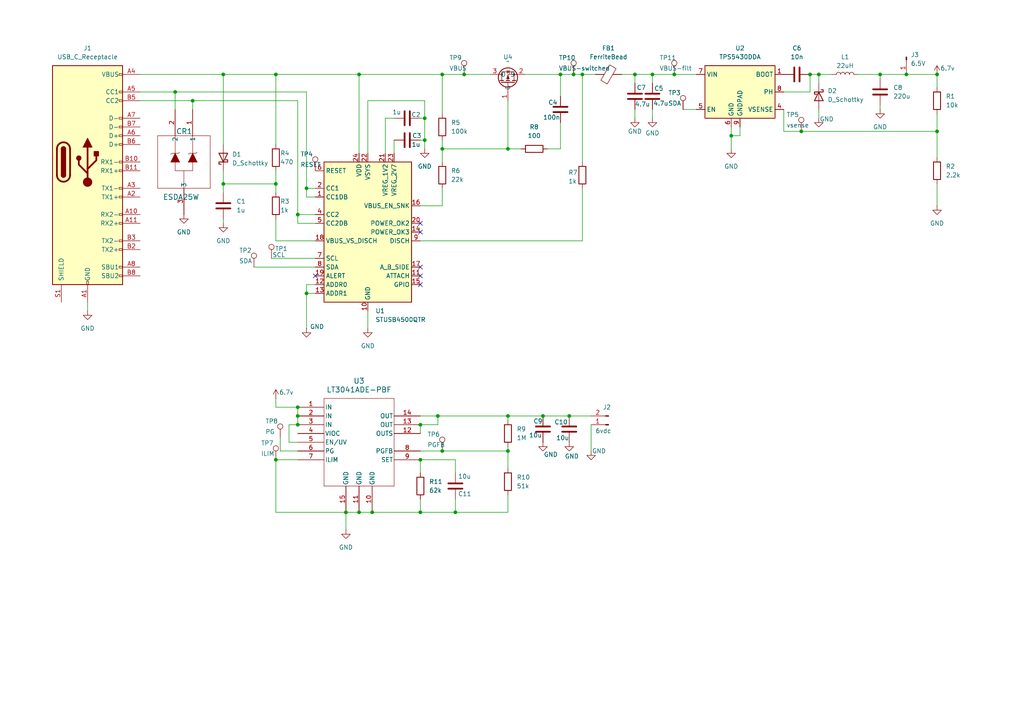
<source format=kicad_sch>
(kicad_sch (version 20231120) (generator "eeschema") (generator_version "8.0")
  (paper "A4")
  (lib_symbols
    (symbol "2024-06-03_16-24-40:ESDA25W" (pin_names (offset 0.254))
      (property "Reference" "CR" (at 15.24 10.16 0))
      (property "Value" "ESDA25W" (at 20.32 7.62 0))
      (symbol "ESDA25W_0_1"
        (polyline (pts (xy 7.62 -10.16) (xy 22.86 -10.16)) (stroke (width 0.127)))
        (polyline (pts (xy 7.62 0) (xy 17.78 0)) (stroke (width 0.127)))
        (polyline (pts (xy 7.62 5.08) (xy 7.62 -10.16)) (stroke (width 0.127)))
        (polyline (pts (xy 12.7 -6.0325) (xy 13.0175 -6.35)) (stroke (width 0.127)))
        (polyline (pts (xy 12.7 -5.08) (xy 15.24 -3.81)) (stroke (width 0.127)))
        (polyline (pts (xy 12.7 -4.1275) (xy 12.3825 -3.81)) (stroke (width 0.127)))
        (polyline (pts (xy 12.7 -4.1275) (xy 12.7 -6.0325)) (stroke (width 0.127)))
        (polyline (pts (xy 12.7 -0.9525) (xy 13.0175 -1.27)) (stroke (width 0.127)))
        (polyline (pts (xy 12.7 0) (xy 15.24 1.27)) (stroke (width 0.127)))
        (polyline (pts (xy 12.7 0.9525) (xy 12.3825 1.27)) (stroke (width 0.127)))
        (polyline (pts (xy 12.7 0.9525) (xy 12.7 -0.9525)) (stroke (width 0.127)))
        (polyline (pts (xy 15.24 -6.35) (xy 12.7 -5.08)) (stroke (width 0.127)))
        (polyline (pts (xy 15.24 -3.81) (xy 15.24 -6.35)) (stroke (width 0.127)))
        (polyline (pts (xy 15.24 -1.27) (xy 12.7 0)) (stroke (width 0.127)))
        (polyline (pts (xy 15.24 1.27) (xy 15.24 -1.27)) (stroke (width 0.127)))
        (polyline (pts (xy 17.78 -5.08) (xy 7.62 -5.08)) (stroke (width 0.127)))
        (polyline (pts (xy 17.78 -2.54) (xy 22.86 -2.54)) (stroke (width 0.127)))
        (polyline (pts (xy 17.78 0) (xy 17.78 -5.08)) (stroke (width 0.127)))
        (polyline (pts (xy 22.86 -10.16) (xy 22.86 5.08)) (stroke (width 0.127)))
        (polyline (pts (xy 22.86 5.08) (xy 7.62 5.08)) (stroke (width 0.127)))
        (polyline (pts (xy 12.7 -5.08) (xy 15.24 -3.81) (xy 15.24 -6.35)) (fill (type outline)))
        (polyline (pts (xy 12.7 0) (xy 15.24 1.27) (xy 15.24 -1.27)) (fill (type outline)))
        (pin unspecified line (at 0 0 0) (length 7.62) (name "1") (number "1"))
        (pin unspecified line (at 0 -5.08 0) (length 7.62) (name "2") (number "2"))
        (pin unspecified line (at 30.48 -2.54 180) (length 7.62) (name "3") (number "3"))
      )
    )
    (symbol "Connector:Conn_01x01_Pin" (pin_names (offset 1.016) hide)
      (property "Reference" "J" (at 0 2.54 0))
      (property "Value" "Conn_01x01_Pin" (at 0 -2.54 0))
      (symbol "Conn_01x01_Pin_1_1"
        (polyline (pts (xy 1.27 0) (xy 0.8636 0)) (stroke (width 0.1524)))
        (rectangle (start 0.8636 0.127) (end 0 -0.127) (stroke (width 0.1524)) (fill (type outline)))
        (pin passive line (at 5.08 0 180) (length 3.81) (name "Pin_1") (number "1"))
      )
    )
    (symbol "Connector:Conn_01x02_Pin" (pin_names (offset 1.016) hide)
      (property "Reference" "J" (at 0 2.54 0))
      (property "Value" "Conn_01x02_Pin" (at 0 -5.08 0))
      (symbol "Conn_01x02_Pin_1_1"
        (polyline (pts (xy 1.27 -2.54) (xy 0.8636 -2.54)) (stroke (width 0.1524)))
        (polyline (pts (xy 1.27 0) (xy 0.8636 0)) (stroke (width 0.1524)))
        (rectangle (start 0.8636 -2.413) (end 0 -2.667) (stroke (width 0.1524)) (fill (type outline)))
        (rectangle (start 0.8636 0.127) (end 0 -0.127) (stroke (width 0.1524)) (fill (type outline)))
        (pin passive line (at 5.08 0 180) (length 3.81) (name "Pin_1") (number "1"))
        (pin passive line (at 5.08 -2.54 180) (length 3.81) (name "Pin_2") (number "2"))
      )
    )
    (symbol "Connector:TestPoint" (pin_numbers hide) (pin_names (offset 0.762) hide)
      (property "Reference" "TP" (at 0 6.858 0))
      (property "Value" "TestPoint" (at 0 5.08 0))
      (symbol "TestPoint_0_1"
        (circle (center 0 3.302) (radius 0.762))
      )
      (symbol "TestPoint_1_1"
        (pin passive line (at 0 0 90) (length 2.54) (name "1") (number "1"))
      )
    )
    (symbol "Connector:USB_C_Receptacle" (pin_names (offset 1.016))
      (property "Reference" "J" (at -10.16 29.21 0))
      (property "Value" "USB_C_Receptacle" (at 10.16 29.21 0))
      (symbol "USB_C_Receptacle_0_0"
        (rectangle (start -0.254 -35.56) (end 0.254 -34.544))
        (rectangle (start 10.16 -32.766) (end 9.144 -33.274))
        (rectangle (start 10.16 -30.226) (end 9.144 -30.734))
        (rectangle (start 10.16 -25.146) (end 9.144 -25.654))
        (rectangle (start 10.16 -22.606) (end 9.144 -23.114))
        (rectangle (start 10.16 -17.526) (end 9.144 -18.034))
        (rectangle (start 10.16 -14.986) (end 9.144 -15.494))
        (rectangle (start 10.16 -9.906) (end 9.144 -10.414))
        (rectangle (start 10.16 -7.366) (end 9.144 -7.874))
        (rectangle (start 10.16 -2.286) (end 9.144 -2.794))
        (rectangle (start 10.16 0.254) (end 9.144 -0.254))
        (rectangle (start 10.16 5.334) (end 9.144 4.826))
        (rectangle (start 10.16 7.874) (end 9.144 7.366))
        (rectangle (start 10.16 10.414) (end 9.144 9.906))
        (rectangle (start 10.16 12.954) (end 9.144 12.446))
        (rectangle (start 10.16 18.034) (end 9.144 17.526))
        (rectangle (start 10.16 20.574) (end 9.144 20.066))
        (rectangle (start 10.16 25.654) (end 9.144 25.146))
      )
      (symbol "USB_C_Receptacle_0_1"
        (rectangle (start -10.16 27.94) (end 10.16 -35.56) (stroke (width 0.254)) (fill (type background)))
        (arc (start -8.89 -3.81) (mid -6.985 -5.7067) (end -5.08 -3.81) (stroke (width 0.508)))
        (arc (start -7.62 -3.81) (mid -6.985 -4.4423) (end -6.35 -3.81) (stroke (width 0.254)))
        (arc (start -7.62 -3.81) (mid -6.985 -4.4423) (end -6.35 -3.81) (stroke (width 0.254)) (fill (type outline)))
        (rectangle (start -7.62 -3.81) (end -6.35 3.81) (stroke (width 0.254)) (fill (type outline)))
        (arc (start -6.35 3.81) (mid -6.985 4.4423) (end -7.62 3.81) (stroke (width 0.254)))
        (arc (start -6.35 3.81) (mid -6.985 4.4423) (end -7.62 3.81) (stroke (width 0.254)) (fill (type outline)))
        (arc (start -5.08 3.81) (mid -6.985 5.7067) (end -8.89 3.81) (stroke (width 0.508)))
        (polyline (pts (xy -8.89 -3.81) (xy -8.89 3.81)) (stroke (width 0.508)))
        (polyline (pts (xy -5.08 3.81) (xy -5.08 -3.81)) (stroke (width 0.508)))
      )
      (symbol "USB_C_Receptacle_1_1"
        (circle (center -2.54 1.143) (radius 0.635) (stroke (width 0.254)) (fill (type outline)))
        (circle (center 0 -5.842) (radius 1.27) (fill (type outline)))
        (polyline (pts (xy 0 -5.842) (xy 0 4.318)) (stroke (width 0.508)))
        (polyline (pts (xy 0 -3.302) (xy -2.54 -0.762) (xy -2.54 0.508)) (stroke (width 0.508)))
        (polyline (pts (xy 0 -2.032) (xy 2.54 0.508) (xy 2.54 1.778)) (stroke (width 0.508)))
        (polyline (pts (xy -1.27 4.318) (xy 0 6.858) (xy 1.27 4.318) (xy -1.27 4.318)) (stroke (width 0.254)) (fill (type outline)))
        (rectangle (start 1.905 1.778) (end 3.175 3.048) (stroke (width 0.254)) (fill (type outline)))
        (pin passive line (at 0 -40.64 90) (length 5.08) (name "GND") (number "A1"))
        (pin bidirectional line (at 15.24 -15.24 180) (length 5.08) (name "RX2-") (number "A10"))
        (pin bidirectional line (at 15.24 -17.78 180) (length 5.08) (name "RX2+") (number "A11"))
        (pin passive line (at 0 -40.64 90) (length 5.08) hide (name "GND") (number "A12"))
        (pin bidirectional line (at 15.24 -10.16 180) (length 5.08) (name "TX1+") (number "A2"))
        (pin bidirectional line (at 15.24 -7.62 180) (length 5.08) (name "TX1-") (number "A3"))
        (pin passive line (at 15.24 25.4 180) (length 5.08) (name "VBUS") (number "A4"))
        (pin bidirectional line (at 15.24 20.32 180) (length 5.08) (name "CC1") (number "A5"))
        (pin bidirectional line (at 15.24 7.62 180) (length 5.08) (name "D+") (number "A6"))
        (pin bidirectional line (at 15.24 12.7 180) (length 5.08) (name "D-") (number "A7"))
        (pin bidirectional line (at 15.24 -30.48 180) (length 5.08) (name "SBU1") (number "A8"))
        (pin passive line (at 15.24 25.4 180) (length 5.08) hide (name "VBUS") (number "A9"))
        (pin passive line (at 0 -40.64 90) (length 5.08) hide (name "GND") (number "B1"))
        (pin bidirectional line (at 15.24 0 180) (length 5.08) (name "RX1-") (number "B10"))
        (pin bidirectional line (at 15.24 -2.54 180) (length 5.08) (name "RX1+") (number "B11"))
        (pin passive line (at 0 -40.64 90) (length 5.08) hide (name "GND") (number "B12"))
        (pin bidirectional line (at 15.24 -25.4 180) (length 5.08) (name "TX2+") (number "B2"))
        (pin bidirectional line (at 15.24 -22.86 180) (length 5.08) (name "TX2-") (number "B3"))
        (pin passive line (at 15.24 25.4 180) (length 5.08) hide (name "VBUS") (number "B4"))
        (pin bidirectional line (at 15.24 17.78 180) (length 5.08) (name "CC2") (number "B5"))
        (pin bidirectional line (at 15.24 5.08 180) (length 5.08) (name "D+") (number "B6"))
        (pin bidirectional line (at 15.24 10.16 180) (length 5.08) (name "D-") (number "B7"))
        (pin bidirectional line (at 15.24 -33.02 180) (length 5.08) (name "SBU2") (number "B8"))
        (pin passive line (at 15.24 25.4 180) (length 5.08) hide (name "VBUS") (number "B9"))
        (pin passive line (at -7.62 -40.64 90) (length 5.08) (name "SHIELD") (number "S1"))
      )
    )
    (symbol "Device:C" (pin_numbers hide) (pin_names (offset 0.254))
      (property "Reference" "C" (at 0.635 2.54 0))
      (property "Value" "C" (at 0.635 -2.54 0))
      (symbol "C_0_1"
        (polyline (pts (xy -2.032 -0.762) (xy 2.032 -0.762)) (stroke (width 0.508)))
        (polyline (pts (xy -2.032 0.762) (xy 2.032 0.762)) (stroke (width 0.508)))
      )
      (symbol "C_1_1"
        (pin passive line (at 0 3.81 270) (length 2.794) (name "~") (number "1"))
        (pin passive line (at 0 -3.81 90) (length 2.794) (name "~") (number "2"))
      )
    )
    (symbol "Device:D_Schottky" (pin_numbers hide) (pin_names (offset 1.016) hide)
      (property "Reference" "D" (at 0 2.54 0))
      (property "Value" "D_Schottky" (at 0 -2.54 0))
      (symbol "D_Schottky_0_1"
        (polyline (pts (xy 1.27 0) (xy -1.27 0)))
        (polyline (pts (xy 1.27 1.27) (xy 1.27 -1.27) (xy -1.27 0) (xy 1.27 1.27)) (stroke (width 0.254)))
        (polyline (pts (xy -1.905 0.635) (xy -1.905 1.27) (xy -1.27 1.27) (xy -1.27 -1.27) (xy -0.635 -1.27) (xy -0.635 -0.635)) (stroke (width 0.254)))
      )
      (symbol "D_Schottky_1_1"
        (pin passive line (at -3.81 0 0) (length 2.54) (name "K") (number "1"))
        (pin passive line (at 3.81 0 180) (length 2.54) (name "A") (number "2"))
      )
    )
    (symbol "Device:FerriteBead" (pin_numbers hide) (pin_names (offset 0))
      (property "Reference" "FB" (at -3.81 0.635 90))
      (property "Value" "FerriteBead" (at 3.81 0 90))
      (symbol "FerriteBead_0_1"
        (polyline (pts (xy 0 -1.27) (xy 0 -1.2192)))
        (polyline (pts (xy 0 1.27) (xy 0 1.2954)))
        (polyline (pts (xy -2.7686 0.4064) (xy -1.7018 2.2606) (xy 2.7686 -0.3048) (xy 1.6764 -2.159) (xy -2.7686 0.4064)))
      )
      (symbol "FerriteBead_1_1"
        (pin passive line (at 0 3.81 270) (length 2.54) (name "~") (number "1"))
        (pin passive line (at 0 -3.81 90) (length 2.54) (name "~") (number "2"))
      )
    )
    (symbol "Device:L" (pin_numbers hide) (pin_names (offset 1.016) hide)
      (property "Reference" "L" (at -1.27 0 90))
      (property "Value" "L" (at 1.905 0 90))
      (symbol "L_0_1"
        (arc (start 0 -2.54) (mid 0.6323 -1.905) (end 0 -1.27))
        (arc (start 0 -1.27) (mid 0.6323 -0.635) (end 0 0))
        (arc (start 0 0) (mid 0.6323 0.635) (end 0 1.27))
        (arc (start 0 1.27) (mid 0.6323 1.905) (end 0 2.54))
      )
      (symbol "L_1_1"
        (pin passive line (at 0 3.81 270) (length 1.27) (name "1") (number "1"))
        (pin passive line (at 0 -3.81 90) (length 1.27) (name "2") (number "2"))
      )
    )
    (symbol "Device:R" (pin_numbers hide) (pin_names (offset 0))
      (property "Reference" "R" (at 2.032 0 90))
      (property "Value" "R" (at 0 0 90))
      (symbol "R_0_1"
        (rectangle (start -1.016 -2.54) (end 1.016 2.54) (stroke (width 0.254)))
      )
      (symbol "R_1_1"
        (pin passive line (at 0 3.81 270) (length 1.27) (name "~") (number "1"))
        (pin passive line (at 0 -3.81 90) (length 1.27) (name "~") (number "2"))
      )
    )
    (symbol "Interface_USB:STUSB4500QTR"
      (property "Reference" "U" (at -12.7 21.59 0))
      (property "Value" "STUSB4500QTR" (at 8.89 -21.59 0))
      (symbol "STUSB4500QTR_0_1"
        (rectangle (start -12.7 20.32) (end 12.7 -20.32) (stroke (width 0.254)) (fill (type background)))
      )
      (symbol "STUSB4500QTR_1_1"
        (pin bidirectional line (at -15.24 10.16 0) (length 2.54) (name "CC1DB") (number "1"))
        (pin power_in line (at 0 -22.86 90) (length 2.54) (name "GND") (number "10"))
        (pin open_collector line (at 15.24 -12.7 180) (length 2.54) (name "ATTACH") (number "11"))
        (pin input line (at -15.24 -15.24 0) (length 2.54) (name "ADDR0") (number "12"))
        (pin input line (at -15.24 -17.78 0) (length 2.54) (name "ADDR1") (number "13"))
        (pin open_collector line (at 15.24 0 180) (length 2.54) (name "POWER_OK3") (number "14"))
        (pin open_collector line (at 15.24 -15.24 180) (length 2.54) (name "GPIO") (number "15"))
        (pin open_collector line (at 15.24 7.62 180) (length 2.54) (name "VBUS_EN_SNK") (number "16"))
        (pin open_collector line (at 15.24 -10.16 180) (length 2.54) (name "A_B_SIDE") (number "17"))
        (pin input line (at -15.24 -2.54 0) (length 2.54) (name "VBUS_VS_DISCH") (number "18"))
        (pin open_collector line (at -15.24 -12.7 0) (length 2.54) (name "ALERT") (number "19"))
        (pin bidirectional line (at -15.24 12.7 0) (length 2.54) (name "CC1") (number "2"))
        (pin open_collector line (at 15.24 2.54 180) (length 2.54) (name "POWER_OK2") (number "20"))
        (pin power_out line (at 5.08 22.86 270) (length 2.54) (name "VREG_1V2") (number "21"))
        (pin power_in line (at 0 22.86 270) (length 2.54) (name "VSYS") (number "22"))
        (pin power_out line (at 7.62 22.86 270) (length 2.54) (name "VREG_2V7") (number "23"))
        (pin power_in line (at -2.54 22.86 270) (length 2.54) (name "VDD") (number "24"))
        (pin passive line (at 0 -22.86 90) (length 2.54) hide (name "GND") (number "25"))
        (pin no_connect line (at -12.7 15.24 0) (length 2.54) hide (name "NC") (number "3"))
        (pin bidirectional line (at -15.24 5.08 0) (length 2.54) (name "CC2") (number "4"))
        (pin bidirectional line (at -15.24 2.54 0) (length 2.54) (name "CC2DB") (number "5"))
        (pin input line (at -15.24 17.78 0) (length 2.54) (name "RESET") (number "6"))
        (pin input line (at -15.24 -7.62 0) (length 2.54) (name "SCL") (number "7"))
        (pin bidirectional line (at -15.24 -10.16 0) (length 2.54) (name "SDA") (number "8"))
        (pin bidirectional line (at 15.24 -2.54 180) (length 2.54) (name "DISCH") (number "9"))
      )
    )
    (symbol "Regulator_Switching:TPS5430DDA"
      (property "Reference" "U" (at -10.16 8.89 0))
      (property "Value" "TPS5430DDA" (at -1.27 8.89 0))
      (symbol "TPS5430DDA_0_1"
        (rectangle (start -10.16 7.62) (end 10.16 -7.62) (stroke (width 0.254)) (fill (type background)))
      )
      (symbol "TPS5430DDA_1_1"
        (pin input line (at 12.7 5.08 180) (length 2.54) (name "BOOT") (number "1"))
        (pin no_connect line (at -10.16 2.54 0) (length 2.54) hide (name "NC") (number "2"))
        (pin no_connect line (at -10.16 -2.54 0) (length 2.54) hide (name "NC") (number "3"))
        (pin input line (at 12.7 -5.08 180) (length 2.54) (name "VSENSE") (number "4"))
        (pin input line (at -12.7 -5.08 0) (length 2.54) (name "EN") (number "5"))
        (pin power_in line (at -2.54 -10.16 90) (length 2.54) (name "GND") (number "6"))
        (pin power_in line (at -12.7 5.08 0) (length 2.54) (name "VIN") (number "7"))
        (pin output line (at 12.7 0 180) (length 2.54) (name "PH") (number "8"))
        (pin power_in line (at 0 -10.16 90) (length 2.54) (name "GNDPAD") (number "9"))
      )
    )
    (symbol "lt3041:LT3041ADE-PBF" (pin_names (offset 0.254))
      (property "Reference" "U" (at 0 16.51 0))
      (property "Value" "LT3041ADE-PBF" (at 0 13.97 0))
      (symbol "LT3041ADE-PBF_0_1"
        (polyline (pts (xy -10.16 -12.7) (xy 10.16 -12.7)) (stroke (width 0.127)))
        (polyline (pts (xy -10.16 12.7) (xy -10.16 -12.7)) (stroke (width 0.127)))
        (polyline (pts (xy 10.16 -12.7) (xy 10.16 12.7)) (stroke (width 0.127)))
        (polyline (pts (xy 10.16 12.7) (xy -10.16 12.7)) (stroke (width 0.127)))
        (pin input line (at -17.78 10.16 0) (length 7.62) (name "IN") (number "1"))
        (pin power_out line (at 3.81 -20.32 90) (length 7.62) (name "GND") (number "10"))
        (pin power_out line (at 0 -20.32 90) (length 7.62) (name "GND") (number "11"))
        (pin output line (at 17.78 2.54 180) (length 7.62) (name "OUTS") (number "12"))
        (pin output line (at 17.78 5.08 180) (length 7.62) (name "OUT") (number "13"))
        (pin output line (at 17.78 7.62 180) (length 7.62) (name "OUT") (number "14"))
        (pin power_out line (at -3.81 -20.32 90) (length 7.62) (name "GND") (number "15"))
        (pin input line (at -17.78 7.62 0) (length 7.62) (name "IN") (number "2"))
        (pin input line (at -17.78 5.08 0) (length 7.62) (name "IN") (number "3"))
        (pin power_in line (at -17.78 2.54 0) (length 7.62) (name "VIOC") (number "4"))
        (pin input line (at -17.78 0 0) (length 7.62) (name "EN/UV") (number "5"))
        (pin passive line (at -17.78 -2.54 0) (length 7.62) (name "PG") (number "6"))
        (pin passive line (at -17.78 -5.08 0) (length 7.62) (name "ILIM") (number "7"))
        (pin unspecified line (at 17.78 -2.54 180) (length 7.62) (name "PGFB") (number "8"))
        (pin input line (at 17.78 -5.08 180) (length 7.62) (name "SET") (number "9"))
      )
    )
    (symbol "mosfet:hl2301a"
      (property "Reference" "U" (at 0 7.62 0))
      (symbol "hl2301a_0_1"
        (polyline (pts (xy -1.016 0) (xy -3.81 0)))
        (polyline (pts (xy -1.016 1.905) (xy -1.016 -1.905)) (stroke (width 0.254)))
        (polyline (pts (xy -0.508 -1.27) (xy -0.508 -2.286)) (stroke (width 0.254)))
        (polyline (pts (xy -0.508 0.508) (xy -0.508 -0.508)) (stroke (width 0.254)))
        (polyline (pts (xy -0.508 2.286) (xy -0.508 1.27)) (stroke (width 0.254)))
        (polyline (pts (xy 1.27 2.54) (xy 1.27 1.778)))
        (polyline (pts (xy 1.27 -2.54) (xy 1.27 0) (xy -0.508 0)))
        (polyline (pts (xy -0.508 1.778) (xy 2.032 1.778) (xy 2.032 -1.778) (xy -0.508 -1.778)))
        (polyline (pts (xy 1.016 0) (xy 0 0.381) (xy 0 -0.381) (xy 1.016 0)) (fill (type outline)))
        (polyline (pts (xy 1.524 -0.508) (xy 1.651 -0.381) (xy 2.413 -0.381) (xy 2.54 -0.254)))
        (polyline (pts (xy 2.032 -0.381) (xy 1.651 0.254) (xy 2.413 0.254) (xy 2.032 -0.381)))
        (circle (center 0.381 0) (radius 2.794) (stroke (width 0.254)))
        (circle (center 1.27 -1.778) (radius 0.254) (fill (type outline)))
        (circle (center 1.27 1.778) (radius 0.254) (fill (type outline)))
      )
      (symbol "hl2301a_1_1"
        (pin input line (at -6.35 0 0) (length 2.54) (name "G") (number "1"))
        (pin passive line (at 1.27 -5.08 90) (length 2.54) (name "S") (number "2"))
        (pin passive line (at 1.27 5.08 270) (length 2.54) (name "D") (number "3"))
      )
    )
    (symbol "power:+5V" (power) (pin_numbers hide) (pin_names (offset 0) hide)
      (property "Value" "+5V" (at 0 3.556 0))
      (symbol "+5V_0_1"
        (polyline (pts (xy -0.762 1.27) (xy 0 2.54)))
        (polyline (pts (xy 0 0) (xy 0 2.54)))
        (polyline (pts (xy 0 2.54) (xy 0.762 1.27)))
      )
      (symbol "+5V_1_1"
        (pin power_in line (at 0 0 90) (length 0) (name "~") (number "1"))
      )
    )
    (symbol "power:GND" (power) (pin_numbers hide) (pin_names (offset 0) hide)
      (property "Value" "GND" (at 0 -3.81 0))
      (symbol "GND_0_1"
        (polyline (pts (xy 0 0) (xy 0 -1.27) (xy 1.27 -1.27) (xy 0 -2.54) (xy -1.27 -1.27) (xy 0 -1.27)))
      )
      (symbol "GND_1_1"
        (pin power_in line (at 0 0 270) (length 0) (name "~") (number "1"))
      )
    )
  )
  (junction (at 165.1 120.65))
  (junction (at 104.14 21.59))
  (junction (at 134.62 21.59))
  (junction (at 104.14 148.59))
  (junction (at 86.36 120.65))
  (junction (at 189.23 21.59))
  (junction (at 271.78 38.1))
  (junction (at 147.32 120.65))
  (junction (at 50.8 26.67))
  (junction (at 128.27 43.18))
  (junction (at 55.88 29.21))
  (junction (at 121.92 133.35))
  (junction (at 195.58 21.59))
  (junction (at 212.09 39.37))
  (junction (at 123.19 34.29))
  (junction (at 128.27 130.81))
  (junction (at 64.77 21.59))
  (junction (at 127 120.65))
  (junction (at 234.95 21.59))
  (junction (at 132.08 148.59))
  (junction (at 128.27 21.59))
  (junction (at 123.19 40.64))
  (junction (at 237.49 21.59))
  (junction (at 271.78 21.59))
  (junction (at 86.36 62.23))
  (junction (at 107.95 148.59))
  (junction (at 166.37 21.59))
  (junction (at 147.32 43.18))
  (junction (at 232.41 38.1))
  (junction (at 88.9 54.61))
  (junction (at 255.27 21.59))
  (junction (at 64.77 53.34))
  (junction (at 88.9 85.09))
  (junction (at 86.36 123.19))
  (junction (at 184.15 21.59))
  (junction (at 80.01 133.35))
  (junction (at 80.01 21.59))
  (junction (at 80.01 53.34))
  (junction (at 157.48 120.65))
  (junction (at 147.32 130.81))
  (junction (at 100.33 148.59))
  (junction (at 262.89 21.59))
  (junction (at 168.91 21.59))
  (junction (at 121.92 148.59))
  (junction (at 121.92 123.19))
  (junction (at 86.36 118.11))
  (junction (at 162.56 21.59))
  (no_connect (at 121.92 80.01))
  (no_connect (at 121.92 77.47))
  (no_connect (at 91.44 80.01))
  (no_connect (at 121.92 64.77))
  (no_connect (at 121.92 82.55))
  (no_connect (at 121.92 67.31))
  (wire (pts (xy 80.01 21.59) (xy 104.14 21.59)))
  (wire (pts (xy 262.89 21.59) (xy 271.78 21.59)))
  (wire (pts (xy 86.36 128.27) (xy 83.82 128.27)))
  (wire (pts (xy 106.68 44.45) (xy 106.68 29.21)))
  (wire (pts (xy 123.19 40.64) (xy 123.19 43.18)))
  (wire (pts (xy 83.82 128.27) (xy 83.82 123.19)))
  (wire (pts (xy 237.49 21.59) (xy 241.3 21.59)))
  (wire (pts (xy 50.8 26.67) (xy 50.8 31.75)))
  (wire (pts (xy 189.23 21.59) (xy 195.58 21.59)))
  (wire (pts (xy 212.09 39.37) (xy 214.63 39.37)))
  (wire (pts (xy 132.08 144.78) (xy 132.08 148.59)))
  (wire (pts (xy 227.33 38.1) (xy 232.41 38.1)))
  (wire (pts (xy 165.1 120.65) (xy 171.45 120.65)))
  (wire (pts (xy 104.14 21.59) (xy 128.27 21.59)))
  (wire (pts (xy 184.15 34.29) (xy 184.15 31.75)))
  (wire (pts (xy 168.91 21.59) (xy 172.72 21.59)))
  (wire (pts (xy 104.14 148.59) (xy 107.95 148.59)))
  (wire (pts (xy 171.45 123.19) (xy 171.45 130.81)))
  (wire (pts (xy 64.77 63.5) (xy 64.77 64.77)))
  (wire (pts (xy 123.19 29.21) (xy 123.19 34.29)))
  (wire (pts (xy 106.68 95.25) (xy 106.68 90.17)))
  (wire (pts (xy 64.77 49.53) (xy 64.77 53.34)))
  (wire (pts (xy 114.3 40.64) (xy 114.3 44.45)))
  (wire (pts (xy 88.9 85.09) (xy 88.9 95.25)))
  (wire (pts (xy 132.08 133.35) (xy 132.08 137.16)))
  (wire (pts (xy 88.9 82.55) (xy 88.9 85.09)))
  (wire (pts (xy 80.01 49.53) (xy 80.01 53.34)))
  (wire (pts (xy 121.92 123.19) (xy 127 123.19)))
  (wire (pts (xy 271.78 38.1) (xy 271.78 45.72)))
  (wire (pts (xy 271.78 33.02) (xy 271.78 38.1)))
  (wire (pts (xy 106.68 29.21) (xy 123.19 29.21)))
  (wire (pts (xy 214.63 36.83) (xy 214.63 39.37)))
  (wire (pts (xy 91.44 62.23) (xy 86.36 62.23)))
  (wire (pts (xy 147.32 43.18) (xy 147.32 29.21)))
  (wire (pts (xy 86.36 29.21) (xy 86.36 62.23)))
  (wire (pts (xy 80.01 118.11) (xy 86.36 118.11)))
  (wire (pts (xy 121.92 40.64) (xy 123.19 40.64)))
  (wire (pts (xy 132.08 148.59) (xy 121.92 148.59)))
  (wire (pts (xy 80.01 63.5) (xy 80.01 69.85)))
  (wire (pts (xy 166.37 21.59) (xy 168.91 21.59)))
  (wire (pts (xy 80.01 53.34) (xy 80.01 55.88)))
  (wire (pts (xy 147.32 43.18) (xy 151.13 43.18)))
  (wire (pts (xy 88.9 26.67) (xy 88.9 54.61)))
  (wire (pts (xy 157.48 120.65) (xy 165.1 120.65)))
  (wire (pts (xy 64.77 53.34) (xy 80.01 53.34)))
  (wire (pts (xy 121.92 34.29) (xy 123.19 34.29)))
  (wire (pts (xy 232.41 38.1) (xy 271.78 38.1)))
  (wire (pts (xy 88.9 54.61) (xy 88.9 57.15)))
  (wire (pts (xy 127 123.19) (xy 127 120.65)))
  (wire (pts (xy 132.08 148.59) (xy 147.32 148.59)))
  (wire (pts (xy 147.32 121.92) (xy 147.32 120.65)))
  (wire (pts (xy 88.9 85.09) (xy 91.44 85.09)))
  (wire (pts (xy 180.34 21.59) (xy 184.15 21.59)))
  (wire (pts (xy 111.76 44.45) (xy 111.76 34.29)))
  (wire (pts (xy 128.27 43.18) (xy 128.27 46.99)))
  (wire (pts (xy 64.77 21.59) (xy 80.01 21.59)))
  (wire (pts (xy 128.27 21.59) (xy 128.27 33.02)))
  (wire (pts (xy 40.64 26.67) (xy 50.8 26.67)))
  (wire (pts (xy 147.32 130.81) (xy 147.32 135.89)))
  (wire (pts (xy 271.78 25.4) (xy 271.78 21.59)))
  (wire (pts (xy 40.64 29.21) (xy 55.88 29.21)))
  (wire (pts (xy 86.36 64.77) (xy 91.44 64.77)))
  (wire (pts (xy 162.56 21.59) (xy 166.37 21.59)))
  (wire (pts (xy 64.77 21.59) (xy 64.77 41.91)))
  (wire (pts (xy 128.27 59.69) (xy 128.27 54.61)))
  (wire (pts (xy 248.92 21.59) (xy 255.27 21.59)))
  (wire (pts (xy 237.49 24.13) (xy 237.49 21.59)))
  (wire (pts (xy 234.95 26.67) (xy 234.95 21.59)))
  (wire (pts (xy 80.01 21.59) (xy 80.01 41.91)))
  (wire (pts (xy 100.33 148.59) (xy 100.33 153.67)))
  (wire (pts (xy 81.28 130.81) (xy 86.36 130.81)))
  (wire (pts (xy 189.23 24.13) (xy 189.23 21.59)))
  (wire (pts (xy 104.14 44.45) (xy 104.14 21.59)))
  (wire (pts (xy 121.92 59.69) (xy 128.27 59.69)))
  (wire (pts (xy 80.01 133.35) (xy 80.01 148.59)))
  (wire (pts (xy 237.49 34.29) (xy 237.49 31.75)))
  (wire (pts (xy 121.92 148.59) (xy 107.95 148.59)))
  (wire (pts (xy 162.56 43.18) (xy 158.75 43.18)))
  (wire (pts (xy 86.36 62.23) (xy 86.36 64.77)))
  (wire (pts (xy 25.4 87.63) (xy 25.4 90.17)))
  (wire (pts (xy 88.9 57.15) (xy 91.44 57.15)))
  (wire (pts (xy 80.01 133.35) (xy 86.36 133.35)))
  (wire (pts (xy 80.01 115.57) (xy 80.01 118.11)))
  (wire (pts (xy 147.32 129.54) (xy 147.32 130.81)))
  (wire (pts (xy 78.74 74.93) (xy 91.44 74.93)))
  (wire (pts (xy 162.56 21.59) (xy 162.56 27.94)))
  (wire (pts (xy 86.36 120.65) (xy 86.36 123.19)))
  (wire (pts (xy 111.76 34.29) (xy 114.3 34.29)))
  (wire (pts (xy 121.92 137.16) (xy 121.92 133.35)))
  (wire (pts (xy 91.44 77.47) (xy 73.66 77.47)))
  (wire (pts (xy 134.62 21.59) (xy 142.24 21.59)))
  (wire (pts (xy 162.56 35.56) (xy 162.56 43.18)))
  (wire (pts (xy 255.27 22.86) (xy 255.27 21.59)))
  (wire (pts (xy 123.19 34.29) (xy 123.19 40.64)))
  (wire (pts (xy 271.78 53.34) (xy 271.78 59.69)))
  (wire (pts (xy 227.33 26.67) (xy 234.95 26.67)))
  (wire (pts (xy 91.44 82.55) (xy 88.9 82.55)))
  (wire (pts (xy 121.92 69.85) (xy 168.91 69.85)))
  (wire (pts (xy 64.77 53.34) (xy 64.77 55.88)))
  (wire (pts (xy 128.27 43.18) (xy 147.32 43.18)))
  (wire (pts (xy 184.15 21.59) (xy 189.23 21.59)))
  (wire (pts (xy 121.92 144.78) (xy 121.92 148.59)))
  (wire (pts (xy 50.8 26.67) (xy 88.9 26.67)))
  (wire (pts (xy 81.28 127) (xy 81.28 130.81)))
  (wire (pts (xy 255.27 21.59) (xy 262.89 21.59)))
  (wire (pts (xy 212.09 36.83) (xy 212.09 39.37)))
  (wire (pts (xy 55.88 29.21) (xy 86.36 29.21)))
  (wire (pts (xy 100.33 148.59) (xy 104.14 148.59)))
  (wire (pts (xy 55.88 29.21) (xy 55.88 31.75)))
  (wire (pts (xy 234.95 21.59) (xy 237.49 21.59)))
  (wire (pts (xy 121.92 123.19) (xy 121.92 125.73)))
  (wire (pts (xy 201.93 31.75) (xy 198.12 31.75)))
  (wire (pts (xy 255.27 30.48) (xy 255.27 31.75)))
  (wire (pts (xy 212.09 39.37) (xy 212.09 43.18)))
  (wire (pts (xy 128.27 21.59) (xy 134.62 21.59)))
  (wire (pts (xy 121.92 120.65) (xy 127 120.65)))
  (wire (pts (xy 121.92 130.81) (xy 128.27 130.81)))
  (wire (pts (xy 147.32 143.51) (xy 147.32 148.59)))
  (wire (pts (xy 91.44 54.61) (xy 88.9 54.61)))
  (wire (pts (xy 168.91 46.99) (xy 168.91 21.59)))
  (wire (pts (xy 121.92 133.35) (xy 132.08 133.35)))
  (wire (pts (xy 195.58 21.59) (xy 201.93 21.59)))
  (wire (pts (xy 86.36 118.11) (xy 86.36 120.65)))
  (wire (pts (xy 127 120.65) (xy 147.32 120.65)))
  (wire (pts (xy 80.01 148.59) (xy 100.33 148.59)))
  (wire (pts (xy 128.27 40.64) (xy 128.27 43.18)))
  (wire (pts (xy 189.23 34.29) (xy 189.23 31.75)))
  (wire (pts (xy 152.4 21.59) (xy 162.56 21.59)))
  (wire (pts (xy 184.15 24.13) (xy 184.15 21.59)))
  (wire (pts (xy 64.77 21.59) (xy 40.64 21.59)))
  (wire (pts (xy 128.27 130.81) (xy 147.32 130.81)))
  (wire (pts (xy 227.33 31.75) (xy 227.33 38.1)))
  (wire (pts (xy 83.82 123.19) (xy 86.36 123.19)))
  (wire (pts (xy 147.32 120.65) (xy 157.48 120.65)))
  (wire (pts (xy 168.91 69.85) (xy 168.91 54.61)))
  (wire (pts (xy 91.44 69.85) (xy 80.01 69.85)))
  (symbol (lib_id "Connector:TestPoint") (at 134.62 21.59 0) (unit 1)
    (property "Reference" "TP9" (at 130.302 16.764 0) (effects (justify left)))
    (property "Value" "VBUS" (at 130.302 19.812 0) (effects (justify left)))
    (property "Footprint" "TestPoint:TestPoint_Pad_D3.0mm" (effects (hide yes)))
    (property "Description" "test point" (effects (hide yes)))
  )
  (symbol (lib_id "Device:C") (at 118.11 40.64 90) (unit 1)
    (property "Reference" "C3" (at 120.904 39.37 90))
    (property "Value" "1u" (at 120.65 41.91 90))
    (property "Description" "Unpolarized capacitor" (effects (hide yes)))
  )
  (symbol (lib_id "Device:L") (at 245.11 21.59 90) (unit 1)
    (property "Reference" "L1" (at 245.11 16.51 90))
    (property "Value" "22uH" (at 245.11 19.05 90))
    (property "Description" "Inductor" (effects (hide yes)))
  )
  (symbol (lib_id "Device:R") (at 147.32 125.73 0) (unit 1)
    (property "Reference" "R9" (at 149.86 124.4599 0) (effects (justify left)))
    (property "Value" "1M" (at 149.86 126.9999 0) (effects (justify left)))
    (property "Description" "Resistor" (effects (hide yes)))
  )
  (symbol (lib_id "power:GND") (at 100.33 153.67 0) (unit 1)
    (property "Reference" "#PWR03" (effects (hide yes)))
    (property "Value" "GND" (at 100.33 158.75 0))
    (property "Description" "Power symbol creates a global label with name \"GND\" , ground" (effects (hide yes)))
  )
  (symbol (lib_id "Device:R") (at 271.78 49.53 0) (unit 1)
    (property "Reference" "R2" (at 274.32 48.2599 0) (effects (justify left)))
    (property "Value" "2.2k" (at 274.32 50.7999 0) (effects (justify left)))
    (property "Description" "Resistor" (effects (hide yes)))
  )
  (symbol (lib_id "power:GND") (at 53.34 62.23 0) (unit 1)
    (property "Reference" "#PWR011" (effects (hide yes)))
    (property "Value" "GND" (at 53.34 67.31 0))
    (property "Description" "Power symbol creates a global label with name \"GND\" , ground" (effects (hide yes)))
  )
  (symbol (lib_id "Device:C") (at 165.1 124.46 0) (unit 1)
    (property "Reference" "C10" (at 160.782 122.428 0) (effects (justify left)))
    (property "Value" "10u" (at 161.29 127 0) (effects (justify left)))
    (property "Description" "Unpolarized capacitor" (effects (hide yes)))
  )
  (symbol (lib_id "Device:C") (at 184.15 27.94 0) (unit 1)
    (property "Reference" "C7" (at 184.658 25.4 0) (effects (justify left)))
    (property "Value" "4.7u" (at 184.15 30.226 0) (effects (justify left)))
    (property "Description" "Unpolarized capacitor" (effects (hide yes)))
  )
  (symbol (lib_id "Device:R") (at 147.32 139.7 0) (unit 1)
    (property "Reference" "R10" (at 149.86 138.4299 0) (effects (justify left)))
    (property "Value" "51k" (at 149.86 140.9699 0) (effects (justify left)))
    (property "Description" "Resistor" (effects (hide yes)))
  )
  (symbol (lib_id "Connector:TestPoint") (at 81.28 127 0) (unit 1)
    (property "Reference" "TP8" (at 76.962 122.174 0) (effects (justify left)))
    (property "Value" "PG" (at 76.962 125.222 0) (effects (justify left)))
    (property "Footprint" "TestPoint:TestPoint_Pad_D3.0mm" (effects (hide yes)))
    (property "Description" "test point" (effects (hide yes)))
  )
  (symbol (lib_id "power:GND") (at 106.68 95.25 0) (unit 1)
    (property "Reference" "#PWR02" (effects (hide yes)))
    (property "Value" "GND" (at 106.68 100.33 0))
    (property "Description" "Power symbol creates a global label with name \"GND\" , ground" (effects (hide yes)))
  )
  (symbol (lib_id "Device:R") (at 128.27 36.83 0) (unit 1)
    (property "Reference" "R5" (at 130.81 35.5599 0) (effects (justify left)))
    (property "Value" "100k" (at 130.81 38.0999 0) (effects (justify left)))
    (property "Footprint" "Resistor_SMD:R_0805_2012Metric" (effects (hide yes)))
    (property "Description" "Resistor" (effects (hide yes)))
  )
  (symbol (lib_id "Device:C") (at 157.48 124.46 0) (unit 1)
    (property "Reference" "C9" (at 154.686 122.174 0) (effects (justify left)))
    (property "Value" "10u" (at 153.416 126.238 0) (effects (justify left)))
    (property "Description" "Unpolarized capacitor" (effects (hide yes)))
  )
  (symbol (lib_id "Regulator_Switching:TPS5430DDA") (at 214.63 26.67 0) (unit 1)
    (property "Reference" "U2" (at 214.63 13.97 0))
    (property "Value" "TPS5430DDA" (at 214.63 16.51 0))
    (property "Footprint" "Package_SO:TI_SO-PowerPAD-8_ThermalVias" (effects (hide yes)))
    (property "Datasheet" "http://www.ti.com/lit/ds/symlink/tps5430.pdf" (effects (hide yes)))
    (property "Description" "3A, Step Down Swift Converter, Adjustable Output Voltage, 5.5-36V Input Voltage, PowerSO-8" (effects (hide yes)))
    (property "jlcpcb" "C9864" (effects (hide yes)))
  )
  (symbol (lib_id "Device:R") (at 271.78 29.21 0) (unit 1)
    (property "Reference" "R1" (at 274.32 27.9399 0) (effects (justify left)))
    (property "Value" "10k" (at 274.32 30.4799 0) (effects (justify left)))
    (property "Description" "Resistor" (effects (hide yes)))
  )
  (symbol (lib_id "power:GND") (at 184.15 34.29 0) (unit 1)
    (property "Reference" "#PWR012" (effects (hide yes)))
    (property "Value" "GND" (at 184.15 38.1 0))
    (property "Description" "Power symbol creates a global label with name \"GND\" , ground" (effects (hide yes)))
  )
  (symbol (lib_id "Connector:TestPoint") (at 128.27 130.81 0) (unit 1)
    (property "Reference" "TP6" (at 123.952 125.984 0) (effects (justify left)))
    (property "Value" "PGFB" (at 123.952 129.032 0) (effects (justify left)))
    (property "Footprint" "TestPoint:TestPoint_Pad_D3.0mm" (effects (hide yes)))
    (property "Description" "test point" (effects (hide yes)))
  )
  (symbol (lib_id "Device:R") (at 80.01 59.69 0) (unit 1)
    (property "Reference" "R3" (at 81.28 58.4199 0) (effects (justify left)))
    (property "Value" "1k" (at 81.28 60.9599 0) (effects (justify left)))
    (property "Description" "Resistor" (effects (hide yes)))
  )
  (symbol (lib_id "Connector:TestPoint") (at 166.37 21.59 0) (unit 1)
    (property "Reference" "TP10" (at 162.052 16.764 0) (effects (justify left)))
    (property "Value" "VBUS-switched" (at 162.052 19.812 0) (effects (justify left)))
    (property "Footprint" "TestPoint:TestPoint_Pad_D3.0mm" (effects (hide yes)))
    (property "Description" "test point" (effects (hide yes)))
  )
  (symbol (lib_id "Connector:TestPoint") (at 198.12 31.75 0) (unit 1)
    (property "Reference" "TP3" (at 193.802 26.924 0) (effects (justify left)))
    (property "Value" "SDA" (at 193.802 29.972 0) (effects (justify left)))
    (property "Footprint" "TestPoint:TestPoint_Pad_D3.0mm" (effects (hide yes)))
    (property "Description" "test point" (effects (hide yes)))
  )
  (symbol (lib_id "Connector:Conn_01x01_Pin") (at 262.89 16.51 270) (unit 1)
    (property "Reference" "J3" (at 264.16 15.8749 90) (effects (justify left)))
    (property "Value" "6.5V" (at 264.16 18.4149 90) (effects (justify left)))
    (property "Description" "Generic connector, single row, 01x01, script generated" (effects (hide yes)))
  )
  (symbol (lib_id "power:GND") (at 165.1 128.27 0) (unit 1)
    (property "Reference" "#PWR018" (effects (hide yes)))
    (property "Value" "GND" (at 165.862 132.334 0))
    (property "Description" "Power symbol creates a global label with name \"GND\" , ground" (effects (hide yes)))
  )
  (symbol (lib_id "Device:C") (at 132.08 140.97 0) (unit 1)
    (property "Reference" "C11" (at 132.842 143.256 0) (effects (justify left)))
    (property "Value" "10u" (at 132.842 138.176 0) (effects (justify left)))
    (property "Description" "Unpolarized capacitor" (effects (hide yes)))
  )
  (symbol (lib_id "Device:R") (at 168.91 50.8 0) (unit 1)
    (property "Reference" "R7" (at 164.846 50.038 0) (effects (justify left)))
    (property "Value" "1k" (at 164.846 52.578 0) (effects (justify left)))
    (property "Footprint" "Resistor_SMD:R_0805_2012Metric" (effects (hide yes)))
    (property "Description" "Resistor" (effects (hide yes)))
  )
  (symbol (lib_id "Device:D_Schottky") (at 237.49 27.94 270) (unit 1)
    (property "Reference" "D2" (at 240.03 26.3524 90) (effects (justify left)))
    (property "Value" "D_Schottky" (at 240.03 28.8924 90) (effects (justify left)))
    (property "Description" "Schottky diode" (effects (hide yes)))
  )
  (symbol (lib_id "Device:C") (at 255.27 26.67 0) (unit 1)
    (property "Reference" "C8" (at 259.08 25.3999 0) (effects (justify left)))
    (property "Value" "220u" (at 259.08 27.9399 0) (effects (justify left)))
    (property "Description" "Unpolarized capacitor" (effects (hide yes)))
  )
  (symbol (lib_id "Device:R") (at 128.27 50.8 0) (unit 1)
    (property "Reference" "R6" (at 130.81 49.5299 0) (effects (justify left)))
    (property "Value" "22k" (at 130.81 52.0699 0) (effects (justify left)))
    (property "Footprint" "Resistor_SMD:R_0805_2012Metric" (effects (hide yes)))
    (property "Description" "Resistor" (effects (hide yes)))
  )
  (symbol (lib_id "power:GND") (at 212.09 43.18 0) (unit 1)
    (property "Reference" "#PWR07" (effects (hide yes)))
    (property "Value" "GND" (at 212.09 48.26 0))
    (property "Description" "Power symbol creates a global label with name \"GND\" , ground" (effects (hide yes)))
  )
  (symbol (lib_id "Connector:Conn_01x02_Pin") (at 176.53 123.19 180) (unit 1)
    (property "Reference" "J2" (at 176.022 118.11 0))
    (property "Value" "6vdc" (at 175.006 124.968 0))
    (property "Footprint" "Connector_PinHeader_2.54mm:PinHeader_1x02_P2.54mm_Vertical" (effects (hide yes)))
    (property "Description" "Generic connector, single row, 01x02, script generated" (effects (hide yes)))
  )
  (symbol (lib_id "Device:C") (at 231.14 21.59 90) (unit 1)
    (property "Reference" "C6" (at 231.14 13.97 90))
    (property "Value" "10n" (at 231.14 16.51 90))
    (property "Description" "Unpolarized capacitor" (effects (hide yes)))
  )
  (symbol (lib_id "power:+5V") (at 80.01 115.57 0) (unit 1)
    (property "Reference" "#PWR016" (effects (hide yes)))
    (property "Value" "6.7v" (at 83.058 113.792 0))
    (property "Description" "Power symbol creates a global label with name \"+5V\"" (effects (hide yes)))
  )
  (symbol (lib_id "power:GND") (at 171.45 130.81 0) (unit 1)
    (property "Reference" "#PWR015" (effects (hide yes)))
    (property "Value" "GND" (at 173.736 130.81 0))
    (property "Description" "Power symbol creates a global label with name \"GND\" , ground" (effects (hide yes)))
  )
  (symbol (lib_id "Connector:TestPoint") (at 232.41 38.1 0) (unit 1)
    (property "Reference" "TP5" (at 228.092 33.274 0) (effects (justify left)))
    (property "Value" "vsense" (at 228.092 36.322 0) (effects (justify left)))
    (property "Footprint" "TestPoint:TestPoint_Pad_D3.0mm" (effects (hide yes)))
    (property "Description" "test point" (effects (hide yes)))
  )
  (symbol (lib_id "Connector:TestPoint") (at 195.58 21.59 0) (unit 1)
    (property "Reference" "TP11" (at 191.262 16.764 0) (effects (justify left)))
    (property "Value" "VBUS-filt" (at 191.262 19.812 0) (effects (justify left)))
    (property "Footprint" "TestPoint:TestPoint_Pad_D3.0mm" (effects (hide yes)))
    (property "Description" "test point" (effects (hide yes)))
  )
  (symbol (lib_id "2024-06-03_16-24-40:ESDA25W") (at 55.88 31.75 270) (unit 1)
    (property "Reference" "CR1" (at 51.054 38.1 90) (effects (font (size 1.524 1.524)) (justify left)))
    (property "Value" "ESDA25W" (at 47.244 57.15 90) (effects (font (size 1.524 1.524)) (justify left)))
    (property "Footprint" "SOT323-3L_STM" (effects (hide yes)))
    (property "Datasheet" "ESDA25W" (effects (hide yes)))
    (property "jlcpcb" "C3021136" (effects (hide yes)))
  )
  (symbol (lib_id "Device:R") (at 154.94 43.18 90) (unit 1)
    (property "Reference" "R8" (at 154.94 36.83 90))
    (property "Value" "100" (at 154.94 39.37 90))
    (property "Footprint" "Resistor_SMD:R_0805_2012Metric" (effects (hide yes)))
    (property "Description" "Resistor" (effects (hide yes)))
  )
  (symbol (lib_id "Device:FerriteBead") (at 176.53 21.59 90) (unit 1)
    (property "Reference" "FB1" (at 176.4792 13.97 90))
    (property "Value" "FerriteBead" (at 176.4792 16.51 90))
    (property "Description" "Ferrite bead" (effects (hide yes)))
  )
  (symbol (lib_id "power:GND") (at 255.27 31.75 0) (unit 1)
    (property "Reference" "#PWR013" (effects (hide yes)))
    (property "Value" "GND" (at 255.27 36.83 0))
    (property "Description" "Power symbol creates a global label with name \"GND\" , ground" (effects (hide yes)))
  )
  (symbol (lib_id "Device:C") (at 64.77 59.69 0) (unit 1)
    (property "Reference" "C1" (at 68.58 58.4199 0) (effects (justify left)))
    (property "Value" "1u" (at 68.58 60.9599 0) (effects (justify left)))
    (property "Description" "Unpolarized capacitor" (effects (hide yes)))
  )
  (symbol (lib_id "Connector:TestPoint") (at 73.66 77.47 0) (unit 1)
    (property "Reference" "TP2" (at 69.342 72.644 0) (effects (justify left)))
    (property "Value" "SDA" (at 69.342 75.692 0) (effects (justify left)))
    (property "Footprint" "TestPoint:TestPoint_Pad_D3.0mm" (effects (hide yes)))
    (property "Description" "test point" (effects (hide yes)))
  )
  (symbol (lib_id "Device:C") (at 118.11 34.29 90) (unit 1)
    (property "Reference" "C2" (at 120.65 33.274 90))
    (property "Value" "1u" (at 115.062 32.512 90))
    (property "Description" "Unpolarized capacitor" (effects (hide yes)))
  )
  (symbol (lib_id "Connector:USB_C_Receptacle") (at 25.4 46.99 0) (unit 1)
    (property "Reference" "J1" (at 25.4 13.97 0))
    (property "Value" "USB_C_Receptacle" (at 25.4 16.51 0))
    (property "Footprint" "Connector_USB:USB_C_Plug_Molex_105444" (effects (hide yes)))
    (property "Datasheet" "https://www.usb.org/sites/default/files/documents/usb_type-c.zip" (effects (hide yes)))
    (property "Description" "USB Full-Featured Type-C Receptacle connector" (effects (hide yes)))
  )
  (symbol (lib_id "Interface_USB:STUSB4500QTR") (at 106.68 67.31 0) (unit 1)
    (property "Reference" "U1" (at 108.8741 90.17 0) (effects (justify left)))
    (property "Value" "STUSB4500QTR" (at 108.8741 92.71 0) (effects (justify left)))
    (property "Footprint" "Package_DFN_QFN:QFN-24-1EP_4x4mm_P0.5mm_EP2.7x2.7mm" (effects (hide yes)))
    (property "Datasheet" "https://www.st.com/resource/en/datasheet/stusb4500.pdf" (effects (hide yes)))
    (property "Description" "Stand-alone USB PD controller (with sink Auto-run mode), QFN-24" (effects (hide yes)))
    (property "jlcpcb" "C2678061" (effects (hide yes)))
  )
  (symbol (lib_id "power:GND") (at 271.78 59.69 0) (unit 1)
    (property "Reference" "#PWR010" (effects (hide yes)))
    (property "Value" "GND" (at 271.78 64.77 0))
    (property "Description" "Power symbol creates a global label with name \"GND\" , ground" (effects (hide yes)))
  )
  (symbol (lib_id "Device:R") (at 80.01 45.72 0) (unit 1)
    (property "Reference" "R4" (at 81.28 44.4499 0) (effects (justify left)))
    (property "Value" "470" (at 81.28 46.9899 0) (effects (justify left)))
    (property "Description" "Resistor" (effects (hide yes)))
  )
  (symbol (lib_id "power:GND") (at 189.23 34.29 0) (unit 1)
    (property "Reference" "#PWR04" (effects (hide yes)))
    (property "Value" "GND" (at 189.23 38.608 0))
    (property "Description" "Power symbol creates a global label with name \"GND\" , ground" (effects (hide yes)))
  )
  (symbol (lib_id "Device:C") (at 162.56 31.75 0) (unit 1)
    (property "Reference" "C4" (at 159.004 29.718 0) (effects (justify left)))
    (property "Value" "100n" (at 157.48 34.036 0) (effects (justify left)))
    (property "Description" "Unpolarized capacitor" (effects (hide yes)))
  )
  (symbol (lib_id "power:GND") (at 157.48 128.27 0) (unit 1)
    (property "Reference" "#PWR017" (effects (hide yes)))
    (property "Value" "GND" (at 159.766 131.826 0))
    (property "Description" "Power symbol creates a global label with name \"GND\" , ground" (effects (hide yes)))
  )
  (symbol (lib_id "Device:C") (at 189.23 27.94 0) (unit 1)
    (property "Reference" "C5" (at 189.738 25.654 0) (effects (justify left)))
    (property "Value" "4.7u" (at 189.484 29.972 0) (effects (justify left)))
    (property "Description" "Unpolarized capacitor" (effects (hide yes)))
  )
  (symbol (lib_id "Connector:TestPoint") (at 78.74 74.93 0) (unit 1)
    (property "Reference" "TP1" (at 79.756 72.136 0) (effects (justify left)))
    (property "Value" "SCL" (at 78.994 73.914 0) (effects (justify left)))
    (property "Footprint" "TestPoint:TestPoint_Pad_D3.0mm" (effects (hide yes)))
    (property "Description" "test point" (effects (hide yes)))
  )
  (symbol (lib_id "power:GND") (at 237.49 34.29 0) (unit 1)
    (property "Reference" "#PWR09" (effects (hide yes)))
    (property "Value" "GND" (at 239.776 34.544 0))
    (property "Description" "Power symbol creates a global label with name \"GND\" , ground" (effects (hide yes)))
  )
  (symbol (lib_id "Device:D_Schottky") (at 64.77 45.72 90) (unit 1)
    (property "Reference" "D1" (at 67.31 44.7674 90) (effects (justify right)))
    (property "Value" "D_Schottky" (at 67.31 47.3074 90) (effects (justify right)))
    (property "Description" "Schottky diode" (effects (hide yes)))
  )
  (symbol (lib_id "power:GND") (at 25.4 90.17 0) (unit 1)
    (property "Reference" "#PWR01" (effects (hide yes)))
    (property "Value" "GND" (at 25.4 95.25 0))
    (property "Description" "Power symbol creates a global label with name \"GND\" , ground" (effects (hide yes)))
  )
  (symbol (lib_id "Connector:TestPoint") (at 91.44 49.53 0) (unit 1)
    (property "Reference" "TP4" (at 87.122 44.704 0) (effects (justify left)))
    (property "Value" "RESET" (at 87.122 47.752 0) (effects (justify left)))
    (property "Footprint" "TestPoint:TestPoint_Pad_D3.0mm" (effects (hide yes)))
    (property "Description" "test point" (effects (hide yes)))
  )
  (symbol (lib_id "power:+5V") (at 271.78 21.59 0) (unit 1)
    (property "Reference" "#PWR014" (effects (hide yes)))
    (property "Value" "6.7v" (at 274.828 19.812 0))
    (property "Description" "Power symbol creates a global label with name \"+5V\"" (effects (hide yes)))
  )
  (symbol (lib_id "Device:R") (at 121.92 140.97 0) (unit 1)
    (property "Reference" "R11" (at 124.46 139.6999 0) (effects (justify left)))
    (property "Value" "62k" (at 124.46 142.2399 0) (effects (justify left)))
    (property "Description" "Resistor" (effects (hide yes)))
  )
  (symbol (lib_id "power:GND") (at 88.9 95.25 0) (unit 1)
    (property "Reference" "#PWR05" (effects (hide yes)))
    (property "Value" "GND" (at 91.948 94.742 0))
    (property "Description" "Power symbol creates a global label with name \"GND\" , ground" (effects (hide yes)))
  )
  (symbol (lib_id "power:GND") (at 123.19 43.18 0) (unit 1)
    (property "Reference" "#PWR08" (effects (hide yes)))
    (property "Value" "GND" (at 123.19 48.26 0))
    (property "Description" "Power symbol creates a global label with name \"GND\" , ground" (effects (hide yes)))
  )
  (symbol (lib_id "power:GND") (at 64.77 64.77 0) (unit 1)
    (property "Reference" "#PWR06" (effects (hide yes)))
    (property "Value" "GND" (at 64.77 69.85 0))
    (property "Description" "Power symbol creates a global label with name \"GND\" , ground" (effects (hide yes)))
  )
  (symbol (lib_id "mosfet:hl2301a") (at 147.32 22.86 90) (unit 1)
    (property "Reference" "U4" (at 147.32 16.51 90))
    (property "Value" "~" (at 147.32 17.78 90))
    (property "Footprint" "Package_TO_SOT_SMD:SOT-23" (effects (hide yes)))
  )
  (symbol (lib_id "Connector:TestPoint") (at 80.01 133.35 0) (unit 1)
    (property "Reference" "TP7" (at 75.692 128.524 0) (effects (justify left)))
    (property "Value" "ILIM" (at 75.692 131.572 0) (effects (justify left)))
    (property "Footprint" "TestPoint:TestPoint_Pad_D3.0mm" (effects (hide yes)))
    (property "Description" "test point" (effects (hide yes)))
  )
  (symbol (lib_id "lt3041:LT3041ADE-PBF") (at 104.14 128.27 0) (unit 1)
    (property "Reference" "U3" (at 104.14 110.49 0) (effects (font (size 1.524 1.524))))
    (property "Value" "LT3041ADE-PBF" (at 104.14 113.03 0) (effects (font (size 1.524 1.524))))
    (property "Footprint" "05-08-1708_ADI" (effects (hide yes)))
    (property "Datasheet" "LT3041ADE-PBF" (effects (hide yes)))
  )
)
</source>
